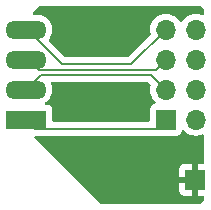
<source format=gbr>
%TF.GenerationSoftware,KiCad,Pcbnew,8.0.6*%
%TF.CreationDate,2025-01-04T22:08:08+01:00*%
%TF.ProjectId,hall-tester,68616c6c-2d74-4657-9374-65722e6b6963,rev?*%
%TF.SameCoordinates,Original*%
%TF.FileFunction,Copper,L2,Bot*%
%TF.FilePolarity,Positive*%
%FSLAX46Y46*%
G04 Gerber Fmt 4.6, Leading zero omitted, Abs format (unit mm)*
G04 Created by KiCad (PCBNEW 8.0.6) date 2025-01-04 22:08:08*
%MOMM*%
%LPD*%
G01*
G04 APERTURE LIST*
%TA.AperFunction,ComponentPad*%
%ADD10O,1.700000X1.700000*%
%TD*%
%TA.AperFunction,ComponentPad*%
%ADD11R,1.700000X1.700000*%
%TD*%
%TA.AperFunction,SMDPad,CuDef*%
%ADD12O,3.500000X1.524000*%
%TD*%
%TA.AperFunction,SMDPad,CuDef*%
%ADD13R,3.500000X1.524000*%
%TD*%
%TA.AperFunction,ViaPad*%
%ADD14C,0.600000*%
%TD*%
%TA.AperFunction,Conductor*%
%ADD15C,0.200000*%
%TD*%
G04 APERTURE END LIST*
D10*
%TO.P,J1,8,Pin_8*%
%TO.N,Net-(J1-Pin_8)*%
X108015000Y-60960000D03*
%TO.P,J1,7,Pin_7*%
%TO.N,Net-(J1-Pin_7)*%
X105475000Y-60960000D03*
%TO.P,J1,6,Pin_6*%
%TO.N,Net-(J1-Pin_6)*%
X108015000Y-63500000D03*
%TO.P,J1,5,Pin_5*%
%TO.N,Net-(D3-A)*%
X105475000Y-63500000D03*
%TO.P,J1,4,Pin_4*%
%TO.N,Net-(J1-Pin_4)*%
X108015000Y-66040000D03*
%TO.P,J1,3,Pin_3*%
%TO.N,Net-(D2-A)*%
X105475000Y-66040000D03*
%TO.P,J1,2,Pin_2*%
%TO.N,Net-(D1-A)*%
X108015000Y-68580000D03*
D11*
%TO.P,J1,1,Pin_1*%
%TO.N,Net-(J1-Pin_1)*%
X105475000Y-68580000D03*
%TD*%
%TO.P,J3,1,Pin_1*%
%TO.N,GND*%
X107950000Y-73660000D03*
%TD*%
D12*
%TO.P,J2,7,Pin_7*%
%TO.N,Net-(J1-Pin_7)*%
X93599000Y-60960000D03*
%TO.P,J2,5,Pin_5*%
%TO.N,Net-(D3-A)*%
X93599000Y-63500000D03*
%TO.P,J2,3,Pin_3*%
%TO.N,Net-(D2-A)*%
X93599000Y-66040000D03*
D13*
%TO.P,J2,1,Pin_1*%
%TO.N,Net-(J1-Pin_1)*%
X93599000Y-68580000D03*
%TD*%
D14*
%TO.N,GND*%
X97790000Y-68326000D03*
X97790000Y-62865000D03*
X97790000Y-71580000D03*
X97790000Y-65865000D03*
X97790000Y-60325000D03*
%TD*%
D15*
%TO.N,Net-(J1-Pin_1)*%
X94361000Y-69342000D02*
X104713000Y-69342000D01*
X104713000Y-69342000D02*
X105475000Y-68580000D01*
%TO.N,Net-(D2-A)*%
X94869000Y-64770000D02*
X104205000Y-64770000D01*
X104205000Y-64770000D02*
X105475000Y-66040000D01*
%TO.N,Net-(D3-A)*%
X94703314Y-64370000D02*
X104605000Y-64370000D01*
X104605000Y-64370000D02*
X105475000Y-63500000D01*
%TO.N,Net-(J1-Pin_7)*%
X96693080Y-63881000D02*
X102554000Y-63881000D01*
%TO.N,GND*%
X107950000Y-73660000D02*
X99870000Y-73660000D01*
X99870000Y-73660000D02*
X97790000Y-71580000D01*
X97790000Y-65865000D02*
X97790000Y-68326000D01*
%TO.N,Net-(J1-Pin_1)*%
X93599000Y-68580000D02*
X94361000Y-69342000D01*
%TO.N,GND*%
X97790000Y-60325000D02*
X97790000Y-62865000D01*
%TO.N,Net-(D3-A)*%
X93599000Y-63500000D02*
X93833314Y-63500000D01*
X104605001Y-64370000D02*
X105475000Y-63500001D01*
%TO.N,Net-(J1-Pin_7)*%
X93599000Y-60960000D02*
X93772080Y-60960000D01*
X102554000Y-63881000D02*
X105475000Y-60960000D01*
%TO.N,Net-(D2-A)*%
X93599000Y-66040000D02*
X94869000Y-64770000D01*
%TO.N,Net-(D3-A)*%
X93833314Y-63500000D02*
X94703314Y-64370000D01*
%TO.N,Net-(J1-Pin_7)*%
X93772080Y-60960000D02*
X96693080Y-63881000D01*
%TD*%
%TA.AperFunction,Conductor*%
%TO.N,GND*%
G36*
X106993418Y-69475417D02*
G01*
X107021673Y-69496569D01*
X107143599Y-69618495D01*
X107240384Y-69686265D01*
X107337165Y-69754032D01*
X107337167Y-69754033D01*
X107337170Y-69754035D01*
X107551337Y-69853903D01*
X107779592Y-69915063D01*
X107967918Y-69931539D01*
X108014999Y-69935659D01*
X108015000Y-69935659D01*
X108015001Y-69935659D01*
X108054234Y-69932226D01*
X108250408Y-69915063D01*
X108478663Y-69853903D01*
X108543097Y-69823856D01*
X108612172Y-69813365D01*
X108675956Y-69841884D01*
X108714196Y-69900360D01*
X108719500Y-69936239D01*
X108719500Y-72186000D01*
X108699815Y-72253039D01*
X108647011Y-72298794D01*
X108595500Y-72310000D01*
X108200000Y-72310000D01*
X108200000Y-73226988D01*
X108142993Y-73194075D01*
X108015826Y-73160000D01*
X107884174Y-73160000D01*
X107757007Y-73194075D01*
X107700000Y-73226988D01*
X107700000Y-72310000D01*
X107052155Y-72310000D01*
X106992627Y-72316401D01*
X106992620Y-72316403D01*
X106857913Y-72366645D01*
X106857906Y-72366649D01*
X106742812Y-72452809D01*
X106742809Y-72452812D01*
X106656649Y-72567906D01*
X106656645Y-72567913D01*
X106606403Y-72702620D01*
X106606401Y-72702627D01*
X106600000Y-72762155D01*
X106600000Y-73410000D01*
X107516988Y-73410000D01*
X107484075Y-73467007D01*
X107450000Y-73594174D01*
X107450000Y-73725826D01*
X107484075Y-73852993D01*
X107516988Y-73910000D01*
X106600000Y-73910000D01*
X106600000Y-74557844D01*
X106606401Y-74617372D01*
X106606403Y-74617379D01*
X106656645Y-74752086D01*
X106656649Y-74752093D01*
X106742809Y-74867187D01*
X106742812Y-74867190D01*
X106857906Y-74953350D01*
X106857913Y-74953354D01*
X106992620Y-75003596D01*
X106992627Y-75003598D01*
X107052155Y-75009999D01*
X107052172Y-75010000D01*
X107700000Y-75010000D01*
X107700000Y-74093012D01*
X107757007Y-74125925D01*
X107884174Y-74160000D01*
X108015826Y-74160000D01*
X108142993Y-74125925D01*
X108200000Y-74093012D01*
X108200000Y-75010000D01*
X108595500Y-75010000D01*
X108662539Y-75029685D01*
X108708294Y-75082489D01*
X108719500Y-75134000D01*
X108719500Y-75306324D01*
X108699815Y-75373363D01*
X108683181Y-75394005D01*
X108414005Y-75663181D01*
X108352682Y-75696666D01*
X108326324Y-75699500D01*
X99953676Y-75699500D01*
X99886637Y-75679815D01*
X99865995Y-75663181D01*
X94356996Y-70154182D01*
X94323511Y-70092859D01*
X94328495Y-70023167D01*
X94370367Y-69967234D01*
X94432363Y-69944110D01*
X94432282Y-69943459D01*
X94432290Y-69943458D01*
X94434477Y-69943321D01*
X94435831Y-69942817D01*
X94444677Y-69942501D01*
X94447654Y-69942501D01*
X94447670Y-69942500D01*
X104626331Y-69942500D01*
X104626347Y-69942501D01*
X104633943Y-69942501D01*
X104792056Y-69942501D01*
X104792057Y-69942501D01*
X104821075Y-69934724D01*
X104853171Y-69930499D01*
X106372871Y-69930499D01*
X106372872Y-69930499D01*
X106432483Y-69924091D01*
X106567331Y-69873796D01*
X106682546Y-69787546D01*
X106768796Y-69672331D01*
X106817810Y-69540916D01*
X106859681Y-69484984D01*
X106925145Y-69460566D01*
X106993418Y-69475417D01*
G37*
%TD.AperFunction*%
%TA.AperFunction,Conductor*%
G36*
X103971942Y-65390185D02*
G01*
X103992584Y-65406819D01*
X104142233Y-65556468D01*
X104175718Y-65617791D01*
X104174327Y-65676241D01*
X104139939Y-65804583D01*
X104139936Y-65804596D01*
X104119341Y-66039999D01*
X104119341Y-66040000D01*
X104139936Y-66275403D01*
X104139938Y-66275413D01*
X104201094Y-66503655D01*
X104201096Y-66503659D01*
X104201097Y-66503663D01*
X104281004Y-66675023D01*
X104300965Y-66717830D01*
X104300967Y-66717834D01*
X104402239Y-66862464D01*
X104436501Y-66911396D01*
X104436506Y-66911402D01*
X104558430Y-67033326D01*
X104591915Y-67094649D01*
X104586931Y-67164341D01*
X104545059Y-67220274D01*
X104514083Y-67237189D01*
X104382669Y-67286203D01*
X104382664Y-67286206D01*
X104267455Y-67372452D01*
X104267452Y-67372455D01*
X104181206Y-67487664D01*
X104181202Y-67487671D01*
X104130908Y-67622517D01*
X104124501Y-67682116D01*
X104124500Y-67682135D01*
X104124501Y-68617500D01*
X104104817Y-68684539D01*
X104052013Y-68730294D01*
X104000501Y-68741500D01*
X95973500Y-68741500D01*
X95906461Y-68721815D01*
X95860706Y-68669011D01*
X95849500Y-68617500D01*
X95849499Y-67770129D01*
X95849498Y-67770123D01*
X95843091Y-67710516D01*
X95792797Y-67575671D01*
X95792793Y-67575664D01*
X95706547Y-67460455D01*
X95706544Y-67460452D01*
X95591335Y-67374206D01*
X95591328Y-67374202D01*
X95456482Y-67323908D01*
X95456483Y-67323908D01*
X95396883Y-67317501D01*
X95396881Y-67317500D01*
X95396873Y-67317500D01*
X95396865Y-67317500D01*
X95358198Y-67317500D01*
X95291159Y-67297815D01*
X95245404Y-67245011D01*
X95235460Y-67175853D01*
X95264485Y-67112297D01*
X95285313Y-67093182D01*
X95328809Y-67061580D01*
X95409464Y-67002981D01*
X95549981Y-66862464D01*
X95666787Y-66701694D01*
X95757005Y-66524632D01*
X95818413Y-66335636D01*
X95849500Y-66139361D01*
X95849500Y-65940639D01*
X95818413Y-65744364D01*
X95761099Y-65567967D01*
X95757006Y-65555370D01*
X95757003Y-65555363D01*
X95754676Y-65550796D01*
X95741779Y-65482127D01*
X95768055Y-65417386D01*
X95825161Y-65377128D01*
X95865160Y-65370500D01*
X103904903Y-65370500D01*
X103971942Y-65390185D01*
G37*
%TD.AperFunction*%
%TA.AperFunction,Conductor*%
G36*
X108393363Y-58940185D02*
G01*
X108414005Y-58956819D01*
X108683181Y-59225995D01*
X108716666Y-59287318D01*
X108719500Y-59313676D01*
X108719500Y-59603760D01*
X108699815Y-59670799D01*
X108647011Y-59716554D01*
X108577853Y-59726498D01*
X108543096Y-59716142D01*
X108478669Y-59686099D01*
X108478655Y-59686094D01*
X108250413Y-59624938D01*
X108250403Y-59624936D01*
X108015001Y-59604341D01*
X108014999Y-59604341D01*
X107779596Y-59624936D01*
X107779586Y-59624938D01*
X107551344Y-59686094D01*
X107551335Y-59686098D01*
X107337171Y-59785964D01*
X107337169Y-59785965D01*
X107143597Y-59921505D01*
X106976505Y-60088597D01*
X106846575Y-60274158D01*
X106791998Y-60317783D01*
X106722500Y-60324977D01*
X106660145Y-60293454D01*
X106643425Y-60274158D01*
X106513494Y-60088597D01*
X106346402Y-59921506D01*
X106346395Y-59921501D01*
X106152834Y-59785967D01*
X106152830Y-59785965D01*
X106152828Y-59785964D01*
X105938663Y-59686097D01*
X105938659Y-59686096D01*
X105938655Y-59686094D01*
X105710413Y-59624938D01*
X105710403Y-59624936D01*
X105475001Y-59604341D01*
X105474999Y-59604341D01*
X105239596Y-59624936D01*
X105239586Y-59624938D01*
X105011344Y-59686094D01*
X105011335Y-59686098D01*
X104797171Y-59785964D01*
X104797169Y-59785965D01*
X104603597Y-59921505D01*
X104436505Y-60088597D01*
X104300965Y-60282169D01*
X104300964Y-60282171D01*
X104201098Y-60496335D01*
X104201094Y-60496344D01*
X104139938Y-60724586D01*
X104139936Y-60724596D01*
X104119341Y-60959999D01*
X104119341Y-60960000D01*
X104139936Y-61195403D01*
X104139938Y-61195413D01*
X104174327Y-61323756D01*
X104172664Y-61393606D01*
X104142233Y-61443530D01*
X102341584Y-63244181D01*
X102280261Y-63277666D01*
X102253903Y-63280500D01*
X96993177Y-63280500D01*
X96926138Y-63260815D01*
X96905496Y-63244181D01*
X95580177Y-61918862D01*
X95546692Y-61857539D01*
X95551676Y-61787847D01*
X95567537Y-61758299D01*
X95666787Y-61621694D01*
X95757005Y-61444632D01*
X95818413Y-61255636D01*
X95849500Y-61059361D01*
X95849500Y-60860639D01*
X95818413Y-60664364D01*
X95787709Y-60569866D01*
X95757006Y-60475370D01*
X95757005Y-60475367D01*
X95711035Y-60385149D01*
X95666787Y-60298306D01*
X95549981Y-60137536D01*
X95409464Y-59997019D01*
X95248694Y-59880213D01*
X95071632Y-59789994D01*
X95071629Y-59789993D01*
X94882637Y-59728587D01*
X94784498Y-59713043D01*
X94686361Y-59697500D01*
X94686360Y-59697500D01*
X94344676Y-59697500D01*
X94277637Y-59677815D01*
X94231882Y-59625011D01*
X94221938Y-59555853D01*
X94250963Y-59492297D01*
X94256995Y-59485819D01*
X94785995Y-58956819D01*
X94847318Y-58923334D01*
X94873676Y-58920500D01*
X108326324Y-58920500D01*
X108393363Y-58940185D01*
G37*
%TD.AperFunction*%
%TD*%
M02*

</source>
